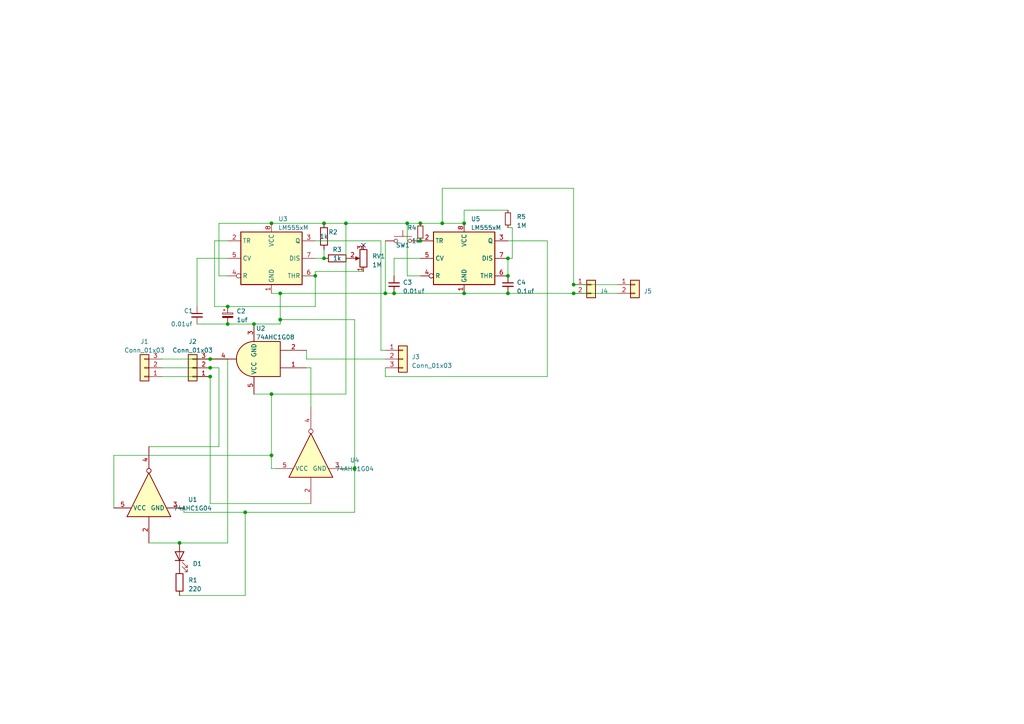
<source format=kicad_sch>
(kicad_sch (version 20230121) (generator eeschema)
  (paper "A4")
  (lib_symbols
    (symbol "74xGxx:74AHC1G04"
      (property "Reference" "U" (at -2.54 3.81 0))
      (property "Value" "74AHC1G04" (at 0 -3.81 0))
      (symbol "74AHC1G04_0_1"
        (polyline (pts (xy -7.62 6.35) (xy -7.62 -6.35) (xy 5.08 0) (xy -7.62 6.35)) (stroke (width 0.254)) (fill (type background)))
      )
      (symbol "74AHC1G04_1_1"
        (pin input line (at -15.24 0 0) (length 7.62) (name "~") (number "2"))
        (pin power_in line (at -5.08 -10.16 90) (length 5.08) (name "GND") (number "3"))
        (pin output inverted (at 12.7 0 180) (length 7.62) (name "~") (number "4"))
        (pin power_in line (at -5.08 10.16 270) (length 5.08) (name "VCC") (number "5"))
      )
    )
    (symbol "74xGxx:74AHC1G08"
      (property "Reference" "U" (at -2.54 3.81 0))
      (property "Value" "74AHC1G08" (at 0 -3.81 0))
      (symbol "74AHC1G08_0_1"
        (arc (start 0 -5.08) (mid 5.0579 0) (end 0 5.08) (stroke (width 0.254)) (fill (type background)))
        (polyline (pts (xy 0 -5.08) (xy -7.62 -5.08) (xy -7.62 5.08) (xy 0 5.08)) (stroke (width 0.254)) (fill (type background)))
      )
      (symbol "74AHC1G08_1_1"
        (pin input line (at -15.24 2.54 0) (length 7.62) (name "~") (number "1"))
        (pin input line (at -15.24 -2.54 0) (length 7.62) (name "~") (number "2"))
        (pin power_in line (at 0 -10.16 90) (length 5.08) (name "GND") (number "3"))
        (pin output line (at 12.7 0 180) (length 7.62) (name "~") (number "4"))
        (pin power_in line (at 0 10.16 270) (length 5.08) (name "VCC") (number "5"))
      )
    )
    (symbol "Connector_Generic:Conn_01x02" (pin_names (offset 1.016) hide)
      (property "Reference" "J" (at 0 2.54 0))
      (property "Value" "Conn_01x02" (at 0 -5.08 0))
      (symbol "Conn_01x02_1_1"
        (rectangle (start -1.27 -2.413) (end 0 -2.667) (stroke (width 0.1524)))
        (rectangle (start -1.27 0.127) (end 0 -0.127) (stroke (width 0.1524)))
        (rectangle (start -1.27 1.27) (end 1.27 -3.81) (stroke (width 0.254)) (fill (type background)))
        (pin passive line (at -5.08 0 0) (length 3.81) (name "Pin_1") (number "1"))
        (pin passive line (at -5.08 -2.54 0) (length 3.81) (name "Pin_2") (number "2"))
      )
    )
    (symbol "Connector_Generic:Conn_01x03" (pin_names (offset 1.016) hide)
      (property "Reference" "J" (at 0 5.08 0))
      (property "Value" "Conn_01x03" (at 0 -5.08 0))
      (symbol "Conn_01x03_1_1"
        (rectangle (start -1.27 -2.413) (end 0 -2.667) (stroke (width 0.1524)))
        (rectangle (start -1.27 0.127) (end 0 -0.127) (stroke (width 0.1524)))
        (rectangle (start -1.27 2.667) (end 0 2.413) (stroke (width 0.1524)))
        (rectangle (start -1.27 3.81) (end 1.27 -3.81) (stroke (width 0.254)) (fill (type background)))
        (pin passive line (at -5.08 2.54 0) (length 3.81) (name "Pin_1") (number "1"))
        (pin passive line (at -5.08 0 0) (length 3.81) (name "Pin_2") (number "2"))
        (pin passive line (at -5.08 -2.54 0) (length 3.81) (name "Pin_3") (number "3"))
      )
    )
    (symbol "Device:C_Polarized_Small" (pin_numbers hide) (pin_names (offset 0.254) hide)
      (property "Reference" "C" (at 0.254 1.778 0))
      (property "Value" "C_Polarized_Small" (at 0.254 -2.032 0))
      (symbol "C_Polarized_Small_0_1"
        (rectangle (start -1.524 -0.3048) (end 1.524 -0.6858) (fill (type outline)))
        (rectangle (start -1.524 0.6858) (end 1.524 0.3048))
        (polyline (pts (xy -1.27 1.524) (xy -0.762 1.524)))
        (polyline (pts (xy -1.016 1.27) (xy -1.016 1.778)))
      )
      (symbol "C_Polarized_Small_1_1"
        (pin passive line (at 0 2.54 270) (length 1.8542) (name "~") (number "1"))
        (pin passive line (at 0 -2.54 90) (length 1.8542) (name "~") (number "2"))
      )
    )
    (symbol "Device:C_Small" (pin_numbers hide) (pin_names (offset 0.254) hide)
      (property "Reference" "C" (at 0.254 1.778 0))
      (property "Value" "C_Small" (at 0.254 -2.032 0))
      (symbol "C_Small_0_1"
        (polyline (pts (xy -1.524 -0.508) (xy 1.524 -0.508)) (stroke (width 0.3302)))
        (polyline (pts (xy -1.524 0.508) (xy 1.524 0.508)) (stroke (width 0.3048)))
      )
      (symbol "C_Small_1_1"
        (pin passive line (at 0 2.54 270) (length 2.032) (name "~") (number "1"))
        (pin passive line (at 0 -2.54 90) (length 2.032) (name "~") (number "2"))
      )
    )
    (symbol "Device:LED" (pin_numbers hide) (pin_names (offset 1.016) hide)
      (property "Reference" "D" (at 0 2.54 0))
      (property "Value" "LED" (at 0 -2.54 0))
      (symbol "LED_0_1"
        (polyline (pts (xy -1.27 -1.27) (xy -1.27 1.27)) (stroke (width 0.254)))
        (polyline (pts (xy -1.27 0) (xy 1.27 0)))
        (polyline (pts (xy 1.27 -1.27) (xy 1.27 1.27) (xy -1.27 0) (xy 1.27 -1.27)) (stroke (width 0.254)))
        (polyline (pts (xy -3.048 -0.762) (xy -4.572 -2.286) (xy -3.81 -2.286) (xy -4.572 -2.286) (xy -4.572 -1.524)))
        (polyline (pts (xy -1.778 -0.762) (xy -3.302 -2.286) (xy -2.54 -2.286) (xy -3.302 -2.286) (xy -3.302 -1.524)))
      )
      (symbol "LED_1_1"
        (pin passive line (at -3.81 0 0) (length 2.54) (name "K") (number "1"))
        (pin passive line (at 3.81 0 180) (length 2.54) (name "A") (number "2"))
      )
    )
    (symbol "Device:R" (pin_numbers hide) (pin_names (offset 0))
      (property "Reference" "R" (at 2.032 0 90))
      (property "Value" "R" (at 0 0 90))
      (symbol "R_0_1"
        (rectangle (start -1.016 -2.54) (end 1.016 2.54) (stroke (width 0.254)))
      )
      (symbol "R_1_1"
        (pin passive line (at 0 3.81 270) (length 1.27) (name "~") (number "1"))
        (pin passive line (at 0 -3.81 90) (length 1.27) (name "~") (number "2"))
      )
    )
    (symbol "Device:R_Potentiometer" (pin_names (offset 1.016) hide)
      (property "Reference" "RV" (at -4.445 0 90))
      (property "Value" "R_Potentiometer" (at -2.54 0 90))
      (symbol "R_Potentiometer_0_1"
        (polyline (pts (xy 2.54 0) (xy 1.524 0)))
        (polyline (pts (xy 1.143 0) (xy 2.286 0.508) (xy 2.286 -0.508) (xy 1.143 0)) (fill (type outline)))
        (rectangle (start 1.016 2.54) (end -1.016 -2.54) (stroke (width 0.254)))
      )
      (symbol "R_Potentiometer_1_1"
        (pin passive line (at 0 3.81 270) (length 1.27) (name "1") (number "1"))
        (pin passive line (at 3.81 0 180) (length 1.27) (name "2") (number "2"))
        (pin passive line (at 0 -3.81 90) (length 1.27) (name "3") (number "3"))
      )
    )
    (symbol "Device:R_Small" (pin_numbers hide) (pin_names (offset 0.254) hide)
      (property "Reference" "R" (at 0.762 0.508 0))
      (property "Value" "R_Small" (at 0.762 -1.016 0))
      (symbol "R_Small_0_1"
        (rectangle (start -0.762 1.778) (end 0.762 -1.778) (stroke (width 0.2032)))
      )
      (symbol "R_Small_1_1"
        (pin passive line (at 0 2.54 270) (length 0.762) (name "~") (number "1"))
        (pin passive line (at 0 -2.54 90) (length 0.762) (name "~") (number "2"))
      )
    )
    (symbol "Switch:SW_Push" (pin_numbers hide) (pin_names (offset 1.016) hide)
      (property "Reference" "SW" (at 1.27 2.54 0))
      (property "Value" "SW_Push" (at 0 -1.524 0))
      (symbol "SW_Push_0_1"
        (circle (center -2.032 0) (radius 0.508))
        (polyline (pts (xy 0 1.27) (xy 0 3.048)))
        (polyline (pts (xy 2.54 1.27) (xy -2.54 1.27)))
        (circle (center 2.032 0) (radius 0.508))
        (pin passive line (at -5.08 0 0) (length 2.54) (name "1") (number "1"))
        (pin passive line (at 5.08 0 180) (length 2.54) (name "2") (number "2"))
      )
    )
    (symbol "Timer:LM555xM"
      (property "Reference" "U" (at -10.16 8.89 0))
      (property "Value" "LM555xM" (at 2.54 8.89 0))
      (symbol "LM555xM_0_0"
        (pin power_in line (at 0 -10.16 90) (length 2.54) (name "GND") (number "1"))
        (pin power_in line (at 0 10.16 270) (length 2.54) (name "VCC") (number "8"))
      )
      (symbol "LM555xM_0_1"
        (rectangle (start -8.89 -7.62) (end 8.89 7.62) (stroke (width 0.254)) (fill (type background)))
        (rectangle (start -8.89 -7.62) (end 8.89 7.62) (stroke (width 0.254)) (fill (type background)))
      )
      (symbol "LM555xM_1_1"
        (pin input line (at -12.7 5.08 0) (length 3.81) (name "TR") (number "2"))
        (pin output line (at 12.7 5.08 180) (length 3.81) (name "Q") (number "3"))
        (pin input inverted (at -12.7 -5.08 0) (length 3.81) (name "R") (number "4"))
        (pin input line (at -12.7 0 0) (length 3.81) (name "CV") (number "5"))
        (pin input line (at 12.7 -5.08 180) (length 3.81) (name "THR") (number "6"))
        (pin input line (at 12.7 0 180) (length 3.81) (name "DIS") (number "7"))
      )
    )
  )
  (junction (at 81.28 85.09))
  (junction (at 166.37 82.55))
  (junction (at 147.32 80.01))
  (junction (at 93.98 64.77))
  (junction (at 147.32 74.93))
  (junction (at 81.28 92.71))
  (junction (at 134.62 85.09))
  (junction (at 73.66 93.98))
  (junction (at 78.74 114.3))
  (junction (at 102.87 135.89))
  (junction (at 100.33 64.77))
  (junction (at 128.27 64.77))
  (junction (at 147.32 85.09))
  (junction (at 114.3 85.09))
  (junction (at 111.76 85.09))
  (junction (at 91.44 80.01))
  (junction (at 121.92 64.77))
  (junction (at 66.04 93.98))
  (junction (at 121.92 69.85))
  (junction (at 71.12 148.59))
  (junction (at 60.96 109.22))
  (junction (at 93.98 74.93))
  (junction (at 78.74 64.77))
  (junction (at 166.37 85.09))
  (junction (at 118.11 64.77))
  (junction (at 52.07 157.48))
  (junction (at 134.62 64.77))
  (junction (at 66.04 88.9))
  (junction (at 78.74 132.08))
  (junction (at 60.96 104.14))
  (junction (at 60.96 106.68))
  (no_connect (at 105.41 71.12))
  (wire (pts (xy 147.32 66.04) (xy 148.59 66.04)))
  (wire (pts (xy 53.34 148.59) (xy 71.12 148.59)))
  (wire (pts (xy 166.37 82.55) (xy 179.07 82.55)))
  (wire (pts (xy 78.74 114.3) (xy 73.66 114.3)))
  (wire (pts (xy 66.04 93.98) (xy 73.66 93.98)))
  (wire (pts (xy 134.62 85.09) (xy 147.32 85.09)))
  (wire (pts (xy 60.96 104.14) (xy 66.04 104.14)))
  (wire (pts (xy 114.3 85.09) (xy 134.62 85.09)))
  (wire (pts (xy 111.76 69.85) (xy 111.76 85.09)))
  (wire (pts (xy 118.11 64.77) (xy 118.11 80.01)))
  (wire (pts (xy 62.23 88.9) (xy 62.23 69.85)))
  (wire (pts (xy 78.74 135.89) (xy 80.01 135.89)))
  (wire (pts (xy 128.27 64.77) (xy 128.27 54.61)))
  (wire (pts (xy 93.98 74.93) (xy 91.44 74.93)))
  (wire (pts (xy 102.87 92.71) (xy 102.87 135.89)))
  (wire (pts (xy 81.28 85.09) (xy 111.76 85.09)))
  (wire (pts (xy 66.04 74.93) (xy 57.15 74.93)))
  (wire (pts (xy 100.33 64.77) (xy 118.11 64.77)))
  (wire (pts (xy 93.98 72.39) (xy 93.98 74.93)))
  (wire (pts (xy 78.74 64.77) (xy 93.98 64.77)))
  (wire (pts (xy 88.9 104.14) (xy 88.9 101.6)))
  (wire (pts (xy 46.99 104.14) (xy 60.96 104.14)))
  (wire (pts (xy 66.04 88.9) (xy 91.44 88.9)))
  (wire (pts (xy 62.23 88.9) (xy 66.04 88.9)))
  (wire (pts (xy 63.5 80.01) (xy 63.5 64.77)))
  (wire (pts (xy 66.04 104.14) (xy 66.04 157.48)))
  (wire (pts (xy 147.32 74.93) (xy 147.32 80.01)))
  (wire (pts (xy 114.3 80.01) (xy 114.3 74.93)))
  (wire (pts (xy 53.34 147.32) (xy 53.34 148.59)))
  (wire (pts (xy 60.96 146.05) (xy 60.96 109.22)))
  (wire (pts (xy 66.04 157.48) (xy 52.07 157.48)))
  (wire (pts (xy 91.44 78.74) (xy 91.44 80.01)))
  (wire (pts (xy 71.12 148.59) (xy 71.12 172.72)))
  (wire (pts (xy 102.87 148.59) (xy 102.87 135.89)))
  (wire (pts (xy 110.49 101.6) (xy 111.76 101.6)))
  (wire (pts (xy 100.33 114.3) (xy 78.74 114.3)))
  (wire (pts (xy 66.04 80.01) (xy 63.5 80.01)))
  (wire (pts (xy 121.92 64.77) (xy 128.27 64.77)))
  (wire (pts (xy 93.98 64.77) (xy 100.33 64.77)))
  (wire (pts (xy 62.23 69.85) (xy 66.04 69.85)))
  (wire (pts (xy 46.99 106.68) (xy 60.96 106.68)))
  (wire (pts (xy 147.32 74.93) (xy 148.59 74.93)))
  (wire (pts (xy 63.5 64.77) (xy 78.74 64.77)))
  (wire (pts (xy 81.28 92.71) (xy 102.87 92.71)))
  (wire (pts (xy 90.17 106.68) (xy 90.17 118.11)))
  (wire (pts (xy 158.75 69.85) (xy 158.75 109.22)))
  (wire (pts (xy 166.37 85.09) (xy 179.07 85.09)))
  (wire (pts (xy 63.5 106.68) (xy 60.96 106.68)))
  (wire (pts (xy 111.76 85.09) (xy 114.3 85.09)))
  (wire (pts (xy 81.28 85.09) (xy 81.28 92.71)))
  (wire (pts (xy 110.49 69.85) (xy 110.49 101.6)))
  (wire (pts (xy 81.28 92.71) (xy 81.28 93.98)))
  (wire (pts (xy 114.3 74.93) (xy 121.92 74.93)))
  (wire (pts (xy 43.18 129.54) (xy 63.5 129.54)))
  (wire (pts (xy 148.59 66.04) (xy 148.59 74.93)))
  (wire (pts (xy 91.44 80.01) (xy 91.44 88.9)))
  (wire (pts (xy 57.15 93.98) (xy 66.04 93.98)))
  (wire (pts (xy 33.02 132.08) (xy 78.74 132.08)))
  (wire (pts (xy 147.32 85.09) (xy 166.37 85.09)))
  (wire (pts (xy 90.17 146.05) (xy 60.96 146.05)))
  (wire (pts (xy 71.12 172.72) (xy 52.07 172.72)))
  (wire (pts (xy 100.33 64.77) (xy 100.33 114.3)))
  (wire (pts (xy 78.74 114.3) (xy 78.74 132.08)))
  (wire (pts (xy 52.07 157.48) (xy 43.18 157.48)))
  (wire (pts (xy 128.27 64.77) (xy 134.62 64.77)))
  (wire (pts (xy 63.5 129.54) (xy 63.5 106.68)))
  (wire (pts (xy 111.76 104.14) (xy 88.9 104.14)))
  (wire (pts (xy 118.11 64.77) (xy 121.92 64.77)))
  (wire (pts (xy 88.9 106.68) (xy 90.17 106.68)))
  (wire (pts (xy 71.12 148.59) (xy 102.87 148.59)))
  (wire (pts (xy 134.62 60.96) (xy 134.62 64.77)))
  (wire (pts (xy 105.41 78.74) (xy 91.44 78.74)))
  (wire (pts (xy 158.75 109.22) (xy 111.76 109.22)))
  (wire (pts (xy 121.92 80.01) (xy 118.11 80.01)))
  (wire (pts (xy 91.44 69.85) (xy 110.49 69.85)))
  (wire (pts (xy 111.76 109.22) (xy 111.76 106.68)))
  (wire (pts (xy 147.32 69.85) (xy 158.75 69.85)))
  (wire (pts (xy 78.74 132.08) (xy 78.74 135.89)))
  (wire (pts (xy 128.27 54.61) (xy 166.37 54.61)))
  (wire (pts (xy 46.99 109.22) (xy 60.96 109.22)))
  (wire (pts (xy 147.32 60.96) (xy 134.62 60.96)))
  (wire (pts (xy 166.37 54.61) (xy 166.37 82.55)))
  (wire (pts (xy 33.02 147.32) (xy 33.02 132.08)))
  (wire (pts (xy 57.15 74.93) (xy 57.15 88.9)))
  (wire (pts (xy 102.87 135.89) (xy 100.33 135.89)))
  (wire (pts (xy 81.28 93.98) (xy 73.66 93.98)))
  (wire (pts (xy 78.74 85.09) (xy 81.28 85.09)))
  (symbol (lib_id "74xGxx:74AHC1G08") (at 73.66 104.14 180) (unit 1)
    (property "Reference" "U2" (at 74.2441 95.25 0) (effects (justify right)))
    (property "Value" "74AHC1G08" (at 74.2441 97.79 0) (effects (justify right)))
    (property "Datasheet" "http://www.ti.com/lit/sg/scyt129e/scyt129e.pdf" (effects hide))
  )
  (symbol (lib_id "Timer:LM555xM") (at 134.62 74.93 0) (unit 1)
    (property "Reference" "U5" (at 136.5759 63.5 0) (effects (justify left)))
    (property "Value" "LM555xM" (at 136.5759 66.04 0) (effects (justify left)))
    (property "Footprint" "Package_SO:SOIC-8_3.9x4.9mm_P1.27mm" (effects hide))
    (property "Datasheet" "http://www.ti.com/lit/ds/symlink/lm555.pdf" (effects hide))
  )
  (symbol (lib_id "Connector_Generic:Conn_01x02") (at 184.15 82.55 0) (unit 1)
    (property "Reference" "J5" (at 186.69 84.455 0) (effects (justify left)))
    (property "Value" "Conn_01x02" (effects hide))
  )
  (symbol (lib_id "Timer:LM555xM") (at 78.74 74.93 0) (unit 1)
    (property "Reference" "U3" (at 80.6959 63.5 0) (effects (justify left)))
    (property "Value" "LM555xM" (at 80.6959 66.04 0) (effects (justify left)))
    (property "Footprint" "Package_SO:SOIC-8_3.9x4.9mm_P1.27mm" (effects hide))
    (property "Datasheet" "http://www.ti.com/lit/ds/symlink/lm555.pdf" (effects hide))
  )
  (symbol (lib_id "Device:R") (at 52.07 168.91 0) (unit 1)
    (property "Reference" "R1" (at 54.61 168.275 0) (effects (justify left)))
    (property "Value" "220" (at 54.61 170.815 0) (effects (justify left)))
  )
  (symbol (lib_id "Device:R") (at 93.98 68.58 0) (unit 1)
    (property "Reference" "R2" (at 95.25 67.31 0) (effects (justify left)))
    (property "Value" "1k" (at 92.71 68.58 0) (effects (justify left)))
  )
  (symbol (lib_id "Device:LED") (at 52.07 161.29 90) (unit 1)
    (property "Reference" "D1" (at 55.88 163.5125 90) (effects (justify right)))
    (property "Value" "LED" (effects hide))
  )
  (symbol (lib_id "Device:C_Polarized_Small") (at 66.04 91.44 0) (unit 1)
    (property "Reference" "C2" (at 68.58 90.2589 0) (effects (justify left)))
    (property "Value" "1uf" (at 68.58 92.7989 0) (effects (justify left)))
  )
  (symbol (lib_id "Device:R") (at 97.79 74.93 270) (unit 1)
    (property "Reference" "R3" (at 97.79 72.39 90))
    (property "Value" "1k" (at 97.79 74.93 90))
  )
  (symbol (lib_id "74xGxx:74AHC1G04") (at 43.18 142.24 90) (unit 1)
    (property "Reference" "U1" (at 55.88 144.8817 90))
    (property "Value" "74AHC1G04" (at 55.88 147.4217 90))
    (property "Datasheet" "http://www.ti.com/lit/sg/scyt129e/scyt129e.pdf" (effects hide))
  )
  (symbol (lib_id "Connector_Generic:Conn_01x03") (at 55.88 106.68 180) (unit 1)
    (property "Reference" "J2" (at 55.88 99.06 0))
    (property "Value" "Conn_01x03" (at 55.88 101.6 0))
  )
  (symbol (lib_id "Device:C_Small") (at 147.32 82.55 0) (unit 1)
    (property "Reference" "C4" (at 149.86 81.9213 0) (effects (justify left)))
    (property "Value" "0.1uf" (at 149.86 84.4613 0) (effects (justify left)))
  )
  (symbol (lib_id "Device:C_Small") (at 114.3 82.55 0) (unit 1)
    (property "Reference" "C3" (at 116.84 81.9213 0) (effects (justify left)))
    (property "Value" "0.01uf" (at 116.84 84.4613 0) (effects (justify left)))
  )
  (symbol (lib_id "Connector_Generic:Conn_01x02") (at 171.45 82.55 0) (unit 1)
    (property "Reference" "J4" (at 173.99 84.455 0) (effects (justify left)))
    (property "Value" "Conn_01x02" (effects hide))
  )
  (symbol (lib_id "74xGxx:74AHC1G04") (at 90.17 130.81 90) (unit 1)
    (property "Reference" "U4" (at 102.87 133.4517 90))
    (property "Value" "74AHC1G04" (at 102.87 135.9917 90))
    (property "Datasheet" "http://www.ti.com/lit/sg/scyt129e/scyt129e.pdf" (effects hide))
  )
  (symbol (lib_id "Device:R_Small") (at 147.32 63.5 0) (unit 1)
    (property "Reference" "R5" (at 149.86 62.865 0) (effects (justify left)))
    (property "Value" "1M" (at 149.86 65.405 0) (effects (justify left)))
  )
  (symbol (lib_id "Connector_Generic:Conn_01x03") (at 116.84 104.14 0) (unit 1)
    (property "Reference" "J3" (at 119.38 103.505 0) (effects (justify left)))
    (property "Value" "Conn_01x03" (at 119.38 106.045 0) (effects (justify left)))
  )
  (symbol (lib_id "Device:C_Small") (at 57.15 91.44 0) (unit 1)
    (property "Reference" "C1" (at 53.34 90.17 0) (effects (justify left)))
    (property "Value" "0.01uf" (at 49.53 93.98 0) (effects (justify left)))
  )
  (symbol (lib_id "Connector_Generic:Conn_01x03") (at 41.91 106.68 180) (unit 1)
    (property "Reference" "J1" (at 41.91 99.06 0))
    (property "Value" "Conn_01x03" (at 41.91 101.6 0))
  )
  (symbol (lib_id "Switch:SW_Push") (at 116.84 69.85 0) (unit 1)
    (property "Reference" "SW1" (at 116.84 71.12 0))
    (property "Value" "SW_Push" (effects hide))
  )
  (symbol (lib_id "Device:R_Potentiometer") (at 105.41 74.93 180) (unit 1)
    (property "Reference" "RV1" (at 107.95 74.295 0) (effects (justify right)))
    (property "Value" "1M" (at 107.95 76.835 0) (effects (justify right)))
  )
  (symbol (lib_id "Device:R_Small") (at 121.92 67.31 0) (unit 1)
    (property "Reference" "R4" (at 118.11 66.04 0) (effects (justify left)))
    (property "Value" "1k" (at 119.38 69.85 0) (effects (justify left)))
  )
)
</source>
